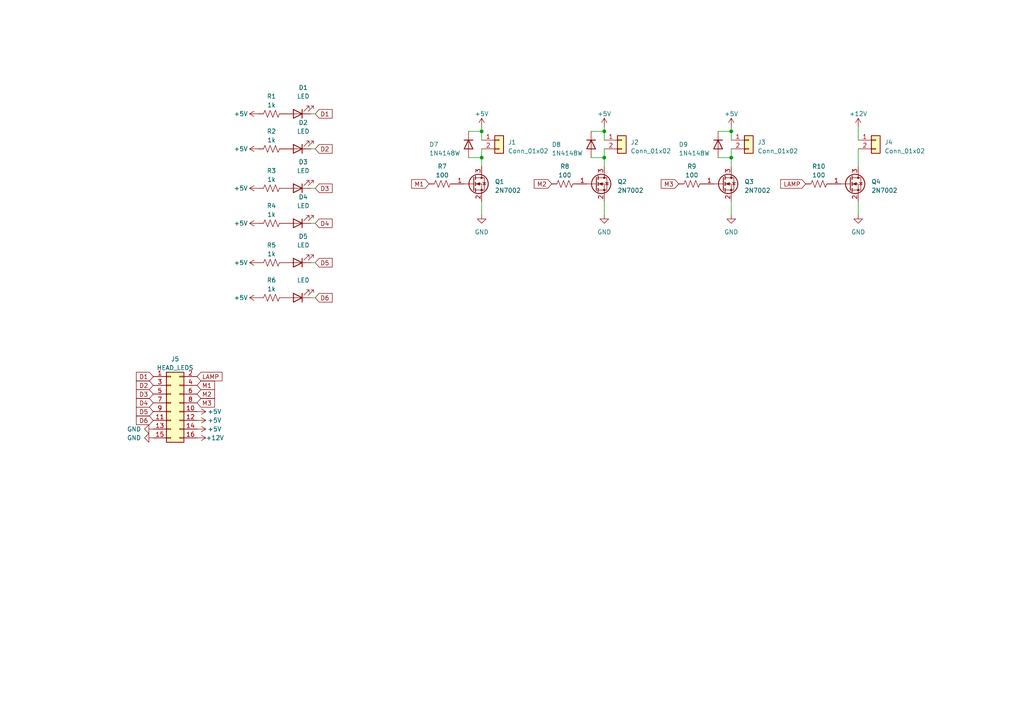
<source format=kicad_sch>
(kicad_sch (version 20230121) (generator eeschema)
  (paper "A4")
  (lib_symbols
    (symbol "4ms_Power:GND" (power) (pin_names (offset 0))
      (property "Value" "GND" (at 0 -3.81 0))
      (symbol "GND_0_1"
        (polyline (pts (xy 0 0) (xy 0 -1.27) (xy 1.27 -1.27) (xy 0 -2.54) (xy -1.27 -1.27) (xy 0 -1.27)))
      )
      (symbol "GND_1_1"
        (pin power_in line (at 0 0 270) (length 0) hide (name "GND") (number "1"))
      )
    )
    (symbol "Connector_Generic:Conn_01x02" (pin_names (offset 1.016) hide)
      (property "Reference" "J" (at 0 2.54 0))
      (property "Value" "Conn_01x02" (at 0 -5.08 0))
      (symbol "Conn_01x02_1_1"
        (rectangle (start -1.27 -2.413) (end 0 -2.667) (stroke (width 0.1524)))
        (rectangle (start -1.27 0.127) (end 0 -0.127) (stroke (width 0.1524)))
        (rectangle (start -1.27 1.27) (end 1.27 -3.81) (stroke (width 0.254)) (fill (type background)))
        (pin passive line (at -5.08 0 0) (length 3.81) (name "Pin_1") (number "1"))
        (pin passive line (at -5.08 -2.54 0) (length 3.81) (name "Pin_2") (number "2"))
      )
    )
    (symbol "Connector_Generic:Conn_02x08_Odd_Even" (pin_names (offset 1.016) hide)
      (property "Reference" "J" (at 1.27 10.16 0))
      (property "Value" "Conn_02x08_Odd_Even" (at 1.27 -12.7 0))
      (symbol "Conn_02x08_Odd_Even_1_1"
        (rectangle (start -1.27 -10.033) (end 0 -10.287) (stroke (width 0.1524)))
        (rectangle (start -1.27 -7.493) (end 0 -7.747) (stroke (width 0.1524)))
        (rectangle (start -1.27 -4.953) (end 0 -5.207) (stroke (width 0.1524)))
        (rectangle (start -1.27 -2.413) (end 0 -2.667) (stroke (width 0.1524)))
        (rectangle (start -1.27 0.127) (end 0 -0.127) (stroke (width 0.1524)))
        (rectangle (start -1.27 2.667) (end 0 2.413) (stroke (width 0.1524)))
        (rectangle (start -1.27 5.207) (end 0 4.953) (stroke (width 0.1524)))
        (rectangle (start -1.27 7.747) (end 0 7.493) (stroke (width 0.1524)))
        (rectangle (start -1.27 8.89) (end 3.81 -11.43) (stroke (width 0.254)) (fill (type background)))
        (rectangle (start 3.81 -10.033) (end 2.54 -10.287) (stroke (width 0.1524)))
        (rectangle (start 3.81 -7.493) (end 2.54 -7.747) (stroke (width 0.1524)))
        (rectangle (start 3.81 -4.953) (end 2.54 -5.207) (stroke (width 0.1524)))
        (rectangle (start 3.81 -2.413) (end 2.54 -2.667) (stroke (width 0.1524)))
        (rectangle (start 3.81 0.127) (end 2.54 -0.127) (stroke (width 0.1524)))
        (rectangle (start 3.81 2.667) (end 2.54 2.413) (stroke (width 0.1524)))
        (rectangle (start 3.81 5.207) (end 2.54 4.953) (stroke (width 0.1524)))
        (rectangle (start 3.81 7.747) (end 2.54 7.493) (stroke (width 0.1524)))
        (pin passive line (at -5.08 7.62 0) (length 3.81) (name "Pin_1") (number "1"))
        (pin passive line (at 7.62 -2.54 180) (length 3.81) (name "Pin_10") (number "10"))
        (pin passive line (at -5.08 -5.08 0) (length 3.81) (name "Pin_11") (number "11"))
        (pin passive line (at 7.62 -5.08 180) (length 3.81) (name "Pin_12") (number "12"))
        (pin passive line (at -5.08 -7.62 0) (length 3.81) (name "Pin_13") (number "13"))
        (pin passive line (at 7.62 -7.62 180) (length 3.81) (name "Pin_14") (number "14"))
        (pin passive line (at -5.08 -10.16 0) (length 3.81) (name "Pin_15") (number "15"))
        (pin passive line (at 7.62 -10.16 180) (length 3.81) (name "Pin_16") (number "16"))
        (pin passive line (at 7.62 7.62 180) (length 3.81) (name "Pin_2") (number "2"))
        (pin passive line (at -5.08 5.08 0) (length 3.81) (name "Pin_3") (number "3"))
        (pin passive line (at 7.62 5.08 180) (length 3.81) (name "Pin_4") (number "4"))
        (pin passive line (at -5.08 2.54 0) (length 3.81) (name "Pin_5") (number "5"))
        (pin passive line (at 7.62 2.54 180) (length 3.81) (name "Pin_6") (number "6"))
        (pin passive line (at -5.08 0 0) (length 3.81) (name "Pin_7") (number "7"))
        (pin passive line (at 7.62 0 180) (length 3.81) (name "Pin_8") (number "8"))
        (pin passive line (at -5.08 -2.54 0) (length 3.81) (name "Pin_9") (number "9"))
      )
    )
    (symbol "Device:LED" (pin_numbers hide) (pin_names (offset 1.016) hide)
      (property "Reference" "D" (at 0 2.54 0))
      (property "Value" "LED" (at 0 -2.54 0))
      (symbol "LED_0_1"
        (polyline (pts (xy -1.27 -1.27) (xy -1.27 1.27)) (stroke (width 0.254)))
        (polyline (pts (xy -1.27 0) (xy 1.27 0)))
        (polyline (pts (xy 1.27 -1.27) (xy 1.27 1.27) (xy -1.27 0) (xy 1.27 -1.27)) (stroke (width 0.254)))
        (polyline (pts (xy -3.048 -0.762) (xy -4.572 -2.286) (xy -3.81 -2.286) (xy -4.572 -2.286) (xy -4.572 -1.524)))
        (polyline (pts (xy -1.778 -0.762) (xy -3.302 -2.286) (xy -2.54 -2.286) (xy -3.302 -2.286) (xy -3.302 -1.524)))
      )
      (symbol "LED_1_1"
        (pin passive line (at -3.81 0 0) (length 2.54) (name "K") (number "1"))
        (pin passive line (at 3.81 0 180) (length 2.54) (name "A") (number "2"))
      )
    )
    (symbol "Device:R_US" (pin_numbers hide) (pin_names (offset 0))
      (property "Reference" "R" (at 2.54 0 90))
      (property "Value" "R_US" (at -2.54 0 90))
      (symbol "R_US_0_1"
        (polyline (pts (xy 0 -2.286) (xy 0 -2.54)))
        (polyline (pts (xy 0 2.286) (xy 0 2.54)))
        (polyline (pts (xy 0 -0.762) (xy 1.016 -1.143) (xy 0 -1.524) (xy -1.016 -1.905) (xy 0 -2.286)))
        (polyline (pts (xy 0 0.762) (xy 1.016 0.381) (xy 0 0) (xy -1.016 -0.381) (xy 0 -0.762)))
        (polyline (pts (xy 0 2.286) (xy 1.016 1.905) (xy 0 1.524) (xy -1.016 1.143) (xy 0 0.762)))
      )
      (symbol "R_US_1_1"
        (pin passive line (at 0 3.81 270) (length 1.27) (name "~") (number "1"))
        (pin passive line (at 0 -3.81 90) (length 1.27) (name "~") (number "2"))
      )
    )
    (symbol "Diode:1N4148W" (pin_numbers hide) (pin_names hide)
      (property "Reference" "D" (at 0 2.54 0))
      (property "Value" "1N4148W" (at 0 -2.54 0))
      (symbol "1N4148W_0_1"
        (polyline (pts (xy -1.27 1.27) (xy -1.27 -1.27)) (stroke (width 0.254)))
        (polyline (pts (xy 1.27 0) (xy -1.27 0)))
        (polyline (pts (xy 1.27 1.27) (xy 1.27 -1.27) (xy -1.27 0) (xy 1.27 1.27)) (stroke (width 0.254)))
      )
      (symbol "1N4148W_1_1"
        (pin passive line (at -3.81 0 0) (length 2.54) (name "K") (number "1"))
        (pin passive line (at 3.81 0 180) (length 2.54) (name "A") (number "2"))
      )
    )
    (symbol "Transistor_FET:2N7002" (pin_names hide)
      (property "Reference" "Q" (at 5.08 1.905 0))
      (property "Value" "2N7002" (at 5.08 0 0))
      (symbol "2N7002_0_1"
        (polyline (pts (xy 0.254 0) (xy -2.54 0)))
        (polyline (pts (xy 0.254 1.905) (xy 0.254 -1.905)) (stroke (width 0.254)))
        (polyline (pts (xy 0.762 -1.27) (xy 0.762 -2.286)) (stroke (width 0.254)))
        (polyline (pts (xy 0.762 0.508) (xy 0.762 -0.508)) (stroke (width 0.254)))
        (polyline (pts (xy 0.762 2.286) (xy 0.762 1.27)) (stroke (width 0.254)))
        (polyline (pts (xy 2.54 2.54) (xy 2.54 1.778)))
        (polyline (pts (xy 2.54 -2.54) (xy 2.54 0) (xy 0.762 0)))
        (polyline (pts (xy 0.762 -1.778) (xy 3.302 -1.778) (xy 3.302 1.778) (xy 0.762 1.778)))
        (polyline (pts (xy 1.016 0) (xy 2.032 0.381) (xy 2.032 -0.381) (xy 1.016 0)) (fill (type outline)))
        (polyline (pts (xy 2.794 0.508) (xy 2.921 0.381) (xy 3.683 0.381) (xy 3.81 0.254)))
        (polyline (pts (xy 3.302 0.381) (xy 2.921 -0.254) (xy 3.683 -0.254) (xy 3.302 0.381)))
        (circle (center 1.651 0) (radius 2.794) (stroke (width 0.254)))
        (circle (center 2.54 -1.778) (radius 0.254) (fill (type outline)))
        (circle (center 2.54 1.778) (radius 0.254) (fill (type outline)))
      )
      (symbol "2N7002_1_1"
        (pin input line (at -5.08 0 0) (length 2.54) (name "G") (number "1"))
        (pin passive line (at 2.54 -5.08 90) (length 2.54) (name "S") (number "2"))
        (pin passive line (at 2.54 5.08 270) (length 2.54) (name "D") (number "3"))
      )
    )
    (symbol "power:+12V" (power) (pin_names (offset 0))
      (property "Value" "+12V" (at 0 3.556 0))
      (symbol "+12V_0_1"
        (polyline (pts (xy -0.762 1.27) (xy 0 2.54)))
        (polyline (pts (xy 0 0) (xy 0 2.54)))
        (polyline (pts (xy 0 2.54) (xy 0.762 1.27)))
      )
      (symbol "+12V_1_1"
        (pin power_in line (at 0 0 90) (length 0) hide (name "+12V") (number "1"))
      )
    )
    (symbol "power:+5V" (power) (pin_names (offset 0))
      (property "Value" "+5V" (at 0 3.556 0))
      (symbol "+5V_0_1"
        (polyline (pts (xy -0.762 1.27) (xy 0 2.54)))
        (polyline (pts (xy 0 0) (xy 0 2.54)))
        (polyline (pts (xy 0 2.54) (xy 0.762 1.27)))
      )
      (symbol "+5V_1_1"
        (pin power_in line (at 0 0 90) (length 0) hide (name "+5V") (number "1"))
      )
    )
    (symbol "power:GND" (power) (pin_names (offset 0))
      (property "Value" "GND" (at 0 -3.81 0))
      (symbol "GND_0_1"
        (polyline (pts (xy 0 0) (xy 0 -1.27) (xy 1.27 -1.27) (xy 0 -2.54) (xy -1.27 -1.27) (xy 0 -1.27)))
      )
      (symbol "GND_1_1"
        (pin power_in line (at 0 0 270) (length 0) hide (name "GND") (number "1"))
      )
    )
  )
  (junction (at 139.7 45.72))
  (junction (at 175.26 38.1))
  (junction (at 175.26 45.72))
  (junction (at 139.7 38.1))
  (junction (at 212.09 38.1))
  (junction (at 212.09 45.72))
  (wire (pts (xy 175.26 40.64) (xy 175.26 38.1)))
  (wire (pts (xy 248.92 58.42) (xy 248.92 62.23)))
  (wire (pts (xy 175.26 38.1) (xy 171.45 38.1)))
  (wire (pts (xy 139.7 38.1) (xy 135.89 38.1)))
  (wire (pts (xy 91.44 64.77) (xy 90.17 64.77)))
  (wire (pts (xy 212.09 43.18) (xy 212.09 45.72)))
  (wire (pts (xy 212.09 40.64) (xy 212.09 38.1)))
  (wire (pts (xy 175.26 45.72) (xy 175.26 48.26)))
  (wire (pts (xy 212.09 45.72) (xy 212.09 48.26)))
  (wire (pts (xy 248.92 36.83) (xy 248.92 40.64)))
  (wire (pts (xy 139.7 58.42) (xy 139.7 62.23)))
  (wire (pts (xy 212.09 45.72) (xy 208.28 45.72)))
  (wire (pts (xy 175.26 58.42) (xy 175.26 62.23)))
  (wire (pts (xy 175.26 36.83) (xy 175.26 38.1)))
  (wire (pts (xy 175.26 43.18) (xy 175.26 45.72)))
  (wire (pts (xy 91.44 33.02) (xy 90.17 33.02)))
  (wire (pts (xy 139.7 43.18) (xy 139.7 45.72)))
  (wire (pts (xy 139.7 36.83) (xy 139.7 38.1)))
  (wire (pts (xy 139.7 40.64) (xy 139.7 38.1)))
  (wire (pts (xy 91.44 76.2) (xy 90.17 76.2)))
  (wire (pts (xy 248.92 43.18) (xy 248.92 48.26)))
  (wire (pts (xy 91.44 54.61) (xy 90.17 54.61)))
  (wire (pts (xy 212.09 58.42) (xy 212.09 62.23)))
  (wire (pts (xy 175.26 45.72) (xy 171.45 45.72)))
  (wire (pts (xy 139.7 45.72) (xy 135.89 45.72)))
  (wire (pts (xy 139.7 45.72) (xy 139.7 48.26)))
  (wire (pts (xy 212.09 38.1) (xy 208.28 38.1)))
  (wire (pts (xy 91.44 86.36) (xy 90.17 86.36)))
  (wire (pts (xy 91.44 43.18) (xy 90.17 43.18)))
  (wire (pts (xy 212.09 36.83) (xy 212.09 38.1)))
  (global_label "D3" (shape input) (at 44.45 114.3 180) (property "Intersheetrefs" "${INTERSHEET_REFS}" (effects hide)))
  (global_label "D3" (shape input) (at 91.44 54.61 0) (property "Intersheetrefs" "${INTERSHEET_REFS}" (effects hide)))
  (global_label "M3" (shape input) (at 196.85 53.34 180) (property "Intersheetrefs" "${INTERSHEET_REFS}" (effects hide)))
  (global_label "LAMP" (shape input) (at 57.15 109.22 0) (property "Intersheetrefs" "${INTERSHEET_REFS}" (effects hide)))
  (global_label "D4" (shape input) (at 44.45 116.84 180) (property "Intersheetrefs" "${INTERSHEET_REFS}" (effects hide)))
  (global_label "D2" (shape input) (at 91.44 43.18 0) (property "Intersheetrefs" "${INTERSHEET_REFS}" (effects hide)))
  (global_label "D5" (shape input) (at 44.45 119.38 180) (property "Intersheetrefs" "${INTERSHEET_REFS}" (effects hide)))
  (global_label "D1" (shape input) (at 91.44 33.02 0) (property "Intersheetrefs" "${INTERSHEET_REFS}" (effects hide)))
  (global_label "D5" (shape input) (at 91.44 76.2 0) (property "Intersheetrefs" "${INTERSHEET_REFS}" (effects hide)))
  (global_label "M1" (shape input) (at 124.46 53.34 180) (property "Intersheetrefs" "${INTERSHEET_REFS}" (effects hide)))
  (global_label "D6" (shape input) (at 44.45 121.92 180) (property "Intersheetrefs" "${INTERSHEET_REFS}" (effects hide)))
  (global_label "D6" (shape input) (at 91.44 86.36 0) (property "Intersheetrefs" "${INTERSHEET_REFS}" (effects hide)))
  (global_label "M2" (shape input) (at 57.15 114.3 0) (property "Intersheetrefs" "${INTERSHEET_REFS}" (effects hide)))
  (global_label "M2" (shape input) (at 160.02 53.34 180) (property "Intersheetrefs" "${INTERSHEET_REFS}" (effects hide)))
  (global_label "D2" (shape input) (at 44.45 111.76 180) (property "Intersheetrefs" "${INTERSHEET_REFS}" (effects hide)))
  (global_label "D4" (shape input) (at 91.44 64.77 0) (property "Intersheetrefs" "${INTERSHEET_REFS}" (effects hide)))
  (global_label "M3" (shape input) (at 57.15 116.84 0) (property "Intersheetrefs" "${INTERSHEET_REFS}" (effects hide)))
  (global_label "LAMP" (shape input) (at 233.68 53.34 180) (property "Intersheetrefs" "${INTERSHEET_REFS}" (effects hide)))
  (global_label "M1" (shape input) (at 57.15 111.76 0) (property "Intersheetrefs" "${INTERSHEET_REFS}" (effects hide)))
  (global_label "D1" (shape input) (at 44.45 109.22 180) (property "Intersheetrefs" "${INTERSHEET_REFS}" (effects hide)))
  (symbol (lib_id "power:+12V") (at 57.15 127 270) (unit 1)
    (property "Reference" "#PWR020" (effects hide))
    (property "Value" "+12V" (at 59.69 127 90) (effects (justify left)))
  )
  (symbol (lib_id "Device:R_US") (at 78.74 86.36 90) (unit 1)
    (property "Reference" "R6" (at 78.74 81.28 90))
    (property "Value" "1k" (at 78.74 83.82 90))
    (property "Footprint" "Resistor_SMD:R_0603_1608Metric" (effects hide))
  )
  (symbol (lib_id "power:+5V") (at 57.15 124.46 270) (unit 1)
    (property "Reference" "#PWR019" (effects hide))
    (property "Value" "+5V" (at 62.23 124.46 90))
  )
  (symbol (lib_id "Device:LED") (at 86.36 54.61 180) (unit 1)
    (property "Reference" "D3" (at 87.9475 46.99 0))
    (property "Value" "LED" (at 87.9475 49.53 0))
    (property "Footprint" "LED_THT:LED_D5.0mm_Clear" (effects hide))
  )
  (symbol (lib_id "Transistor_FET:2N7002") (at 246.38 53.34 0) (unit 1)
    (property "Reference" "Q4" (at 252.73 52.705 0) (effects (justify left)))
    (property "Value" "2N7002" (at 252.73 55.245 0) (effects (justify left)))
    (property "Footprint" "Package_TO_SOT_SMD:SOT-23" (effects hide))
    (property "Datasheet" "https://www.onsemi.com/pub/Collateral/NDS7002A-D.PDF" (effects hide))
  )
  (symbol (lib_id "power:+12V") (at 248.92 36.83 0) (unit 1)
    (property "Reference" "#PWR014" (effects hide))
    (property "Value" "+12V" (at 248.92 33.02 0))
  )
  (symbol (lib_id "Device:R_US") (at 200.66 53.34 90) (unit 1)
    (property "Reference" "R9" (at 200.66 48.26 90))
    (property "Value" "100" (at 200.66 50.8 90))
    (property "Footprint" "Resistor_SMD:R_0603_1608Metric" (effects hide))
  )
  (symbol (lib_id "power:+5V") (at 139.7 36.83 0) (unit 1)
    (property "Reference" "#PWR01" (effects hide))
    (property "Value" "+5V" (at 139.7 33.02 0))
  )
  (symbol (lib_id "power:+5V") (at 74.93 33.02 90) (unit 1)
    (property "Reference" "#PWR05" (effects hide))
    (property "Value" "+5V" (at 69.85 33.02 90))
  )
  (symbol (lib_id "Device:LED") (at 86.36 64.77 180) (unit 1)
    (property "Reference" "D4" (at 87.9475 57.15 0))
    (property "Value" "LED" (at 87.9475 59.69 0))
    (property "Footprint" "LED_THT:LED_D5.0mm_Clear" (effects hide))
  )
  (symbol (lib_id "Device:R_US") (at 78.74 76.2 90) (unit 1)
    (property "Reference" "R5" (at 78.74 71.12 90))
    (property "Value" "1k" (at 78.74 73.66 90))
    (property "Footprint" "Resistor_SMD:R_0603_1608Metric" (effects hide))
  )
  (symbol (lib_id "power:GND") (at 248.92 62.23 0) (unit 1)
    (property "Reference" "#PWR018" (effects hide))
    (property "Value" "GND" (at 248.92 67.31 0))
  )
  (symbol (lib_id "power:+5V") (at 74.93 64.77 90) (unit 1)
    (property "Reference" "#PWR013" (effects hide))
    (property "Value" "+5V" (at 69.85 64.77 90))
  )
  (symbol (lib_id "power:GND") (at 139.7 62.23 0) (unit 1)
    (property "Reference" "#PWR03" (effects hide))
    (property "Value" "GND" (at 139.7 67.31 0))
  )
  (symbol (lib_id "Device:R_US") (at 78.74 64.77 90) (unit 1)
    (property "Reference" "R4" (at 78.74 59.69 90))
    (property "Value" "1k" (at 78.74 62.23 90))
    (property "Footprint" "Resistor_SMD:R_0603_1608Metric" (effects hide))
  )
  (symbol (lib_id "power:+5V") (at 74.93 76.2 90) (unit 1)
    (property "Reference" "#PWR015" (effects hide))
    (property "Value" "+5V" (at 69.85 76.2 90))
  )
  (symbol (lib_id "Connector_Generic:Conn_01x02") (at 217.17 40.64 0) (unit 1)
    (property "Reference" "J3" (at 219.71 41.275 0) (effects (justify left)))
    (property "Value" "Conn_01x02" (at 219.71 43.815 0) (effects (justify left)))
    (property "Footprint" "Connector_JST:JST_XH_B2B-XH-A_1x02_P2.50mm_Vertical" (effects hide))
  )
  (symbol (lib_id "Device:R_US") (at 237.49 53.34 90) (unit 1)
    (property "Reference" "R10" (at 237.49 48.26 90))
    (property "Value" "100" (at 237.49 50.8 90))
    (property "Footprint" "Resistor_SMD:R_0603_1608Metric" (effects hide))
  )
  (symbol (lib_id "Connector_Generic:Conn_01x02") (at 180.34 40.64 0) (unit 1)
    (property "Reference" "J2" (at 182.88 41.275 0) (effects (justify left)))
    (property "Value" "Conn_01x02" (at 182.88 43.815 0) (effects (justify left)))
    (property "Footprint" "Connector_JST:JST_XH_B2B-XH-A_1x02_P2.50mm_Vertical" (effects hide))
  )
  (symbol (lib_id "power:+5V") (at 57.15 119.38 270) (unit 1)
    (property "Reference" "#PWR010" (effects hide))
    (property "Value" "+5V" (at 62.23 119.38 90))
  )
  (symbol (lib_id "4ms_Power:GND") (at 44.45 124.46 270) (unit 1)
    (property "Reference" "#PWR02" (effects hide))
    (property "Value" "GND" (at 36.83 124.46 90) (effects (justify left)))
  )
  (symbol (lib_id "Diode:1N4148W") (at 208.28 41.91 270) (unit 1)
    (property "Reference" "D9" (at 196.85 41.91 90) (effects (justify left)))
    (property "Value" "1N4148W" (at 196.85 44.45 90) (effects (justify left)))
    (property "Footprint" "Diode_SMD:D_SOD-123" (effects hide))
    (property "Datasheet" "https://www.vishay.com/docs/85748/1n4148w.pdf" (effects hide))
    (property "Sim.Device" "D" (effects hide))
    (property "Sim.Pins" "1=K 2=A" (effects hide))
  )
  (symbol (lib_id "Device:LED") (at 86.36 43.18 180) (unit 1)
    (property "Reference" "D2" (at 87.9475 35.56 0))
    (property "Value" "LED" (at 87.9475 38.1 0))
    (property "Footprint" "LED_THT:LED_D5.0mm_Clear" (effects hide))
  )
  (symbol (lib_id "Device:R_US") (at 78.74 43.18 90) (unit 1)
    (property "Reference" "R2" (at 78.74 38.1 90))
    (property "Value" "1k" (at 78.74 40.64 90))
    (property "Footprint" "Resistor_SMD:R_0603_1608Metric" (effects hide))
  )
  (symbol (lib_id "Device:R_US") (at 78.74 54.61 90) (unit 1)
    (property "Reference" "R3" (at 78.74 49.53 90))
    (property "Value" "1k" (at 78.74 52.07 90))
    (property "Footprint" "Resistor_SMD:R_0603_1608Metric" (effects hide))
  )
  (symbol (lib_id "power:GND") (at 212.09 62.23 0) (unit 1)
    (property "Reference" "#PWR011" (effects hide))
    (property "Value" "GND" (at 212.09 67.31 0))
  )
  (symbol (lib_id "power:+5V") (at 212.09 36.83 0) (unit 1)
    (property "Reference" "#PWR09" (effects hide))
    (property "Value" "+5V" (at 212.09 33.02 0))
  )
  (symbol (lib_id "Connector_Generic:Conn_01x02") (at 254 40.64 0) (unit 1)
    (property "Reference" "J4" (at 256.54 41.275 0) (effects (justify left)))
    (property "Value" "Conn_01x02" (at 256.54 43.815 0) (effects (justify left)))
    (property "Footprint" "Connector_JST:JST_XH_B2B-XH-A_1x02_P2.50mm_Vertical" (effects hide))
  )
  (symbol (lib_id "Device:LED") (at 86.36 33.02 180) (unit 1)
    (property "Reference" "D1" (at 87.9475 25.4 0))
    (property "Value" "LED" (at 87.9475 27.94 0))
    (property "Footprint" "LED_THT:LED_D5.0mm_Clear" (effects hide))
  )
  (symbol (lib_id "Device:R_US") (at 163.83 53.34 90) (unit 1)
    (property "Reference" "R8" (at 163.83 48.26 90))
    (property "Value" "100" (at 163.83 50.8 90))
    (property "Footprint" "Resistor_SMD:R_0603_1608Metric" (effects hide))
  )
  (symbol (lib_id "Transistor_FET:2N7002") (at 209.55 53.34 0) (unit 1)
    (property "Reference" "Q3" (at 215.9 52.705 0) (effects (justify left)))
    (property "Value" "2N7002" (at 215.9 55.245 0) (effects (justify left)))
    (property "Footprint" "Package_TO_SOT_SMD:SOT-23" (effects hide))
    (property "Datasheet" "https://www.onsemi.com/pub/Collateral/NDS7002A-D.PDF" (effects hide))
  )
  (symbol (lib_id "Device:LED") (at 86.36 76.2 180) (unit 1)
    (property "Reference" "D5" (at 87.9475 68.58 0))
    (property "Value" "LED" (at 87.9475 71.12 0))
    (property "Footprint" "LED_THT:LED_D5.0mm_Clear" (effects hide))
  )
  (symbol (lib_id "Connector_Generic:Conn_01x02") (at 144.78 40.64 0) (unit 1)
    (property "Reference" "J1" (at 147.32 41.275 0) (effects (justify left)))
    (property "Value" "Conn_01x02" (at 147.32 43.815 0) (effects (justify left)))
    (property "Footprint" "Connector_JST:JST_XH_B2B-XH-A_1x02_P2.50mm_Vertical" (effects hide))
  )
  (symbol (lib_id "power:+5V") (at 74.93 43.18 90) (unit 1)
    (property "Reference" "#PWR08" (effects hide))
    (property "Value" "+5V" (at 69.85 43.18 90))
  )
  (symbol (lib_id "Device:R_US") (at 128.27 53.34 90) (unit 1)
    (property "Reference" "R7" (at 128.27 48.26 90))
    (property "Value" "100" (at 128.27 50.8 90))
    (property "Footprint" "Resistor_SMD:R_0603_1608Metric" (effects hide))
  )
  (symbol (lib_id "Transistor_FET:2N7002") (at 137.16 53.34 0) (unit 1)
    (property "Reference" "Q1" (at 143.51 52.705 0) (effects (justify left)))
    (property "Value" "2N7002" (at 143.51 55.245 0) (effects (justify left)))
    (property "Footprint" "Package_TO_SOT_SMD:SOT-23" (effects hide))
    (property "Datasheet" "https://www.onsemi.com/pub/Collateral/NDS7002A-D.PDF" (effects hide))
  )
  (symbol (lib_id "Diode:1N4148W") (at 135.89 41.91 270) (unit 1)
    (property "Reference" "D7" (at 124.46 41.91 90) (effects (justify left)))
    (property "Value" "1N4148W" (at 124.46 44.45 90) (effects (justify left)))
    (property "Footprint" "Diode_SMD:D_SOD-123" (effects hide))
    (property "Datasheet" "https://www.vishay.com/docs/85748/1n4148w.pdf" (effects hide))
    (property "Sim.Device" "D" (effects hide))
    (property "Sim.Pins" "1=K 2=A" (effects hide))
  )
  (symbol (lib_id "power:GND") (at 175.26 62.23 0) (unit 1)
    (property "Reference" "#PWR07" (effects hide))
    (property "Value" "GND" (at 175.26 67.31 0))
  )
  (symbol (lib_id "Connector_Generic:Conn_02x08_Odd_Even") (at 49.53 116.84 0) (unit 1)
    (property "Reference" "J5" (at 50.8 104.14 0))
    (property "Value" "HEAD_LEDS" (at 50.8 106.68 0))
    (property "Footprint" "Connector_IDC:IDC-Header_2x08_P2.54mm_Vertical" (effects hide))
  )
  (symbol (lib_id "power:+5V") (at 74.93 86.36 90) (unit 1)
    (property "Reference" "#PWR016" (effects hide))
    (property "Value" "+5V" (at 69.85 86.36 90))
  )
  (symbol (lib_id "Diode:1N4148W") (at 171.45 41.91 270) (unit 1)
    (property "Reference" "D8" (at 160.02 41.91 90) (effects (justify left)))
    (property "Value" "1N4148W" (at 160.02 44.45 90) (effects (justify left)))
    (property "Footprint" "Diode_SMD:D_SOD-123" (effects hide))
    (property "Datasheet" "https://www.vishay.com/docs/85748/1n4148w.pdf" (effects hide))
    (property "Sim.Device" "D" (effects hide))
    (property "Sim.Pins" "1=K 2=A" (effects hide))
  )
  (symbol (lib_id "power:+5V") (at 74.93 54.61 90) (unit 1)
    (property "Reference" "#PWR012" (effects hide))
    (property "Value" "+5V" (at 69.85 54.61 90))
  )
  (symbol (lib_id "4ms_Power:GND") (at 44.45 127 270) (unit 1)
    (property "Reference" "#PWR06" (effects hide))
    (property "Value" "GND" (at 36.83 127 90) (effects (justify left)))
  )
  (symbol (lib_id "power:+5V") (at 57.15 121.92 270) (unit 1)
    (property "Reference" "#PWR017" (effects hide))
    (property "Value" "+5V" (at 62.23 121.92 90))
  )
  (symbol (lib_id "Transistor_FET:2N7002") (at 172.72 53.34 0) (unit 1)
    (property "Reference" "Q2" (at 179.07 52.705 0) (effects (justify left)))
    (property "Value" "2N7002" (at 179.07 55.245 0) (effects (justify left)))
    (property "Footprint" "Package_TO_SOT_SMD:SOT-23" (effects hide))
    (property "Datasheet" "https://www.onsemi.com/pub/Collateral/NDS7002A-D.PDF" (effects hide))
  )
  (symbol (lib_id "Device:R_US") (at 78.74 33.02 90) (unit 1)
    (property "Reference" "R1" (at 78.74 27.94 90))
    (property "Value" "1k" (at 78.74 30.48 90))
    (property "Footprint" "Resistor_SMD:R_0603_1608Metric" (effects hide))
  )
  (symbol (lib_id "power:+5V") (at 175.26 36.83 0) (unit 1)
    (property "Reference" "#PWR04" (effects hide))
    (property "Value" "+5V" (at 175.26 33.02 0))
  )
  (symbol (lib_id "Device:LED") (at 86.36 86.36 180) (unit 1)
    (property "Reference" "D6" (effects hide))
    (property "Value" "LED" (at 87.9475 81.28 0))
    (property "Footprint" "LED_THT:LED_D5.0mm_Clear" (effects hide))
  )
)
</source>
